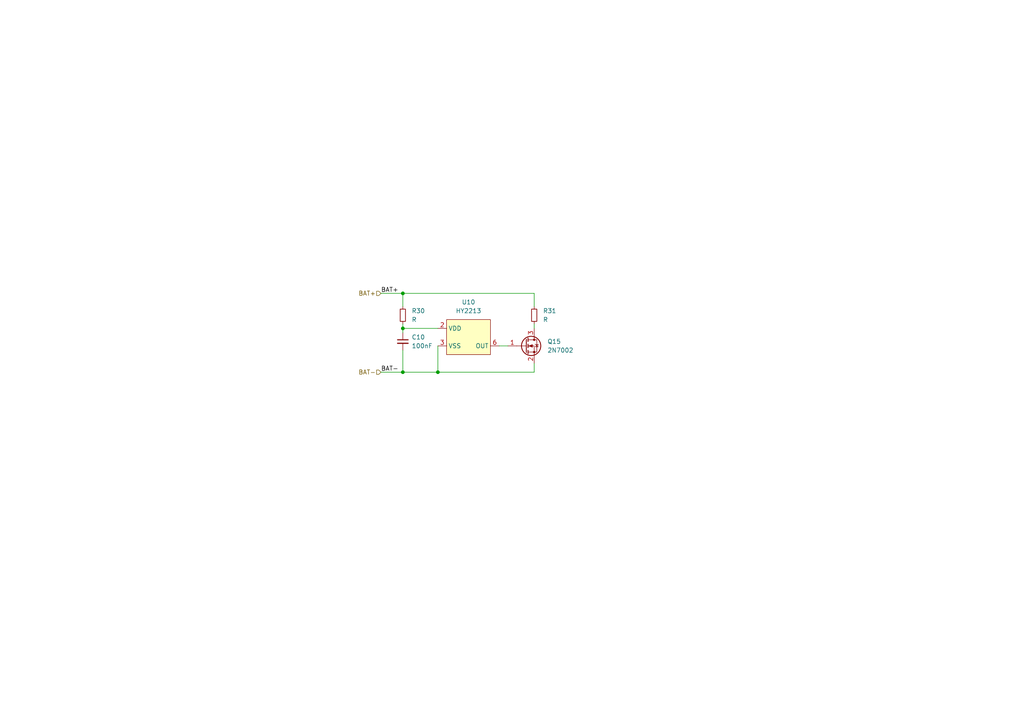
<source format=kicad_sch>
(kicad_sch (version 20230121) (generator eeschema)
  (paper "A4")
  (lib_symbols
    (symbol "Battery-management:HY2213"
      (property "Reference" "U" (at 0 6.35 0))
      (symbol "HY2213_1_1"
        (rectangle (start -6.35 5.08) (end 6.35 -5.08) (fill (type background)))
        (pin no_connect line (at 8.89 2.54 180) (length 2.54) hide (name "NC") (number "1"))
        (pin power_in line (at -8.89 2.54 0) (length 2.54) (name "VDD") (number "2"))
        (pin power_in line (at -8.89 -2.54 0) (length 2.54) (name "VSS") (number "3"))
        (pin no_connect line (at 8.89 2.54 180) (length 2.54) hide (name "NC") (number "4"))
        (pin no_connect line (at 8.89 2.54 180) (length 2.54) hide (name "NC") (number "5"))
        (pin output line (at 8.89 -2.54 180) (length 2.54) (name "OUT") (number "6"))
      )
    )
    (symbol "Device:C_Small" (pin_numbers hide) (pin_names (offset 0.254) hide)
      (property "Reference" "C" (at 0.254 1.778 0))
      (property "Value" "C_Small" (at 0.254 -2.032 0))
      (symbol "C_Small_0_1"
        (polyline (pts (xy -1.524 -0.508) (xy 1.524 -0.508)) (stroke (width 0.3302)))
        (polyline (pts (xy -1.524 0.508) (xy 1.524 0.508)) (stroke (width 0.3048)))
      )
      (symbol "C_Small_1_1"
        (pin passive line (at 0 2.54 270) (length 2.032) (name "~") (number "1"))
        (pin passive line (at 0 -2.54 90) (length 2.032) (name "~") (number "2"))
      )
    )
    (symbol "Device:R_Small" (pin_numbers hide) (pin_names (offset 0.254) hide)
      (property "Reference" "R" (at 0.762 0.508 0))
      (property "Value" "R_Small" (at 0.762 -1.016 0))
      (symbol "R_Small_0_1"
        (rectangle (start -0.762 1.778) (end 0.762 -1.778) (stroke (width 0.2032)))
      )
      (symbol "R_Small_1_1"
        (pin passive line (at 0 2.54 270) (length 0.762) (name "~") (number "1"))
        (pin passive line (at 0 -2.54 90) (length 0.762) (name "~") (number "2"))
      )
    )
    (symbol "Transistor_FET:2N7002" (pin_names hide)
      (property "Reference" "Q" (at 5.08 1.905 0))
      (property "Value" "2N7002" (at 5.08 0 0))
      (symbol "2N7002_0_1"
        (polyline (pts (xy 0.254 0) (xy -2.54 0)))
        (polyline (pts (xy 0.254 1.905) (xy 0.254 -1.905)) (stroke (width 0.254)))
        (polyline (pts (xy 0.762 -1.27) (xy 0.762 -2.286)) (stroke (width 0.254)))
        (polyline (pts (xy 0.762 0.508) (xy 0.762 -0.508)) (stroke (width 0.254)))
        (polyline (pts (xy 0.762 2.286) (xy 0.762 1.27)) (stroke (width 0.254)))
        (polyline (pts (xy 2.54 2.54) (xy 2.54 1.778)))
        (polyline (pts (xy 2.54 -2.54) (xy 2.54 0) (xy 0.762 0)))
        (polyline (pts (xy 0.762 -1.778) (xy 3.302 -1.778) (xy 3.302 1.778) (xy 0.762 1.778)))
        (polyline (pts (xy 1.016 0) (xy 2.032 0.381) (xy 2.032 -0.381) (xy 1.016 0)) (fill (type outline)))
        (polyline (pts (xy 2.794 0.508) (xy 2.921 0.381) (xy 3.683 0.381) (xy 3.81 0.254)))
        (polyline (pts (xy 3.302 0.381) (xy 2.921 -0.254) (xy 3.683 -0.254) (xy 3.302 0.381)))
        (circle (center 1.651 0) (radius 2.794) (stroke (width 0.254)))
        (circle (center 2.54 -1.778) (radius 0.254) (fill (type outline)))
        (circle (center 2.54 1.778) (radius 0.254) (fill (type outline)))
      )
      (symbol "2N7002_1_1"
        (pin input line (at -5.08 0 0) (length 2.54) (name "G") (number "1"))
        (pin passive line (at 2.54 -5.08 90) (length 2.54) (name "S") (number "2"))
        (pin passive line (at 2.54 5.08 270) (length 2.54) (name "D") (number "3"))
      )
    )
  )
  (junction (at 116.84 95.25))
  (junction (at 127 107.95))
  (junction (at 116.84 85.09))
  (junction (at 116.84 107.95))
  (wire (pts (xy 147.32 100.33) (xy 144.78 100.33)))
  (wire (pts (xy 127 100.33) (xy 127 107.95)))
  (wire (pts (xy 154.94 85.09) (xy 116.84 85.09)))
  (wire (pts (xy 154.94 107.95) (xy 127 107.95)))
  (wire (pts (xy 154.94 88.9) (xy 154.94 85.09)))
  (wire (pts (xy 116.84 107.95) (xy 127 107.95)))
  (wire (pts (xy 110.49 107.95) (xy 116.84 107.95)))
  (wire (pts (xy 116.84 95.25) (xy 116.84 96.52)))
  (wire (pts (xy 116.84 101.6) (xy 116.84 107.95)))
  (wire (pts (xy 154.94 93.98) (xy 154.94 95.25)))
  (wire (pts (xy 110.49 85.09) (xy 116.84 85.09)))
  (wire (pts (xy 116.84 93.98) (xy 116.84 95.25)))
  (wire (pts (xy 154.94 105.41) (xy 154.94 107.95)))
  (wire (pts (xy 116.84 95.25) (xy 127 95.25)))
  (wire (pts (xy 116.84 85.09) (xy 116.84 88.9)))
  (label "BAT+" (at 110.49 85.09 0))
  (label "BAT-" (at 110.49 107.95 0))
  (hierarchical_label "BAT-" (shape input) (at 110.49 107.95 180))
  (hierarchical_label "BAT+" (shape input) (at 110.49 85.09 180))
  (symbol (lib_id "Device:R_Small") (at 116.84 91.44 0) (unit 1)
    (property "Reference" "R30" (at 119.38 90.17 0) (effects (justify left)))
    (property "Value" "R" (at 119.38 92.71 0) (effects (justify left)))
    (instances (project "bms-balanced" (path "" (reference "R30") (unit 1)) (path "" (reference "R30") (unit 1)) (path "" (reference "R35") (unit 1)) (path "" (reference "R45") (unit 1)) (path "" (reference "R40") (unit 1))))
  )
  (symbol (lib_id "Transistor_FET:2N7002") (at 152.4 100.33 0) (unit 1)
    (property "Reference" "Q15" (at 158.75 99.06 0) (effects (justify left)))
    (property "Value" "2N7002" (at 158.75 101.6 0) (effects (justify left)))
    (property "Footprint" "Package_TO_SOT_SMD:SOT-23" (effects hide))
    (property "Datasheet" "https://www.onsemi.com/pub/Collateral/NDS7002A-D.PDF" (effects hide))
    (instances (project "bms-balanced" (path "" (reference "Q15") (unit 1)) (path "" (reference "Q15") (unit 1)) (path "" (reference "Q18") (unit 1)) (path "" (reference "Q24") (unit 1)) (path "" (reference "Q21") (unit 1))))
  )
  (symbol (lib_id "Device:R_Small") (at 154.94 91.44 0) (unit 1)
    (property "Reference" "R31" (at 157.48 90.17 0) (effects (justify left)))
    (property "Value" "R" (at 157.48 92.71 0) (effects (justify left)))
    (instances (project "bms-balanced" (path "" (reference "R31") (unit 1)) (path "" (reference "R31") (unit 1)) (path "" (reference "R36") (unit 1)) (path "" (reference "R46") (unit 1)) (path "" (reference "R41") (unit 1))))
  )
  (symbol (lib_id "Device:C_Small") (at 116.84 99.06 0) (unit 1)
    (property "Reference" "C10" (at 119.38 97.7963 0) (effects (justify left)))
    (property "Value" "100nF" (at 119.38 100.3363 0) (effects (justify left)))
    (instances (project "bms-balanced" (path "" (reference "C10") (unit 1)) (path "" (reference "C10") (unit 1)) (path "" (reference "C12") (unit 1)) (path "" (reference "C16") (unit 1)) (path "" (reference "C14") (unit 1))))
  )
  (symbol (lib_id "Battery-management:HY2213") (at 135.89 97.79 0) (unit 1)
    (property "Reference" "U10" (at 135.89 87.63 0))
    (property "Value" "HY2213" (at 135.89 90.17 0))
    (instances (project "bms-balanced" (path "" (reference "U10") (unit 1)) (path "" (reference "U10") (unit 1)) (path "" (reference "U12") (unit 1)) (path "" (reference "U16") (unit 1)) (path "" (reference "U14") (unit 1))))
  )
)
</source>
